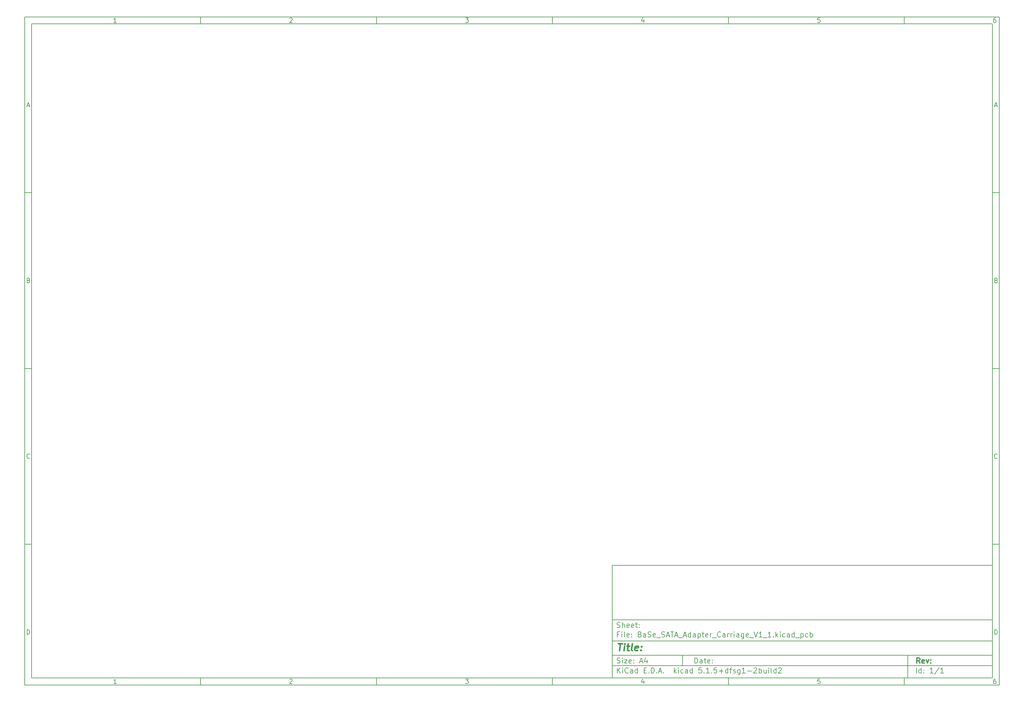
<source format=gbr>
G04 #@! TF.GenerationSoftware,KiCad,Pcbnew,5.1.5+dfsg1-2build2*
G04 #@! TF.CreationDate,2020-07-02T19:47:43+02:00*
G04 #@! TF.ProjectId,BaSe_SATA_Adapter_Carriage_V1_1,42615365-5f53-4415-9441-5f4164617074,rev?*
G04 #@! TF.SameCoordinates,Original*
G04 #@! TF.FileFunction,Paste,Bot*
G04 #@! TF.FilePolarity,Positive*
%FSLAX46Y46*%
G04 Gerber Fmt 4.6, Leading zero omitted, Abs format (unit mm)*
G04 Created by KiCad (PCBNEW 5.1.5+dfsg1-2build2) date 2020-07-02 19:47:43*
%MOMM*%
%LPD*%
G04 APERTURE LIST*
%ADD10C,0.100000*%
%ADD11C,0.150000*%
%ADD12C,0.300000*%
%ADD13C,0.400000*%
G04 APERTURE END LIST*
D10*
D11*
X177002200Y-166007200D02*
X177002200Y-198007200D01*
X285002200Y-198007200D01*
X285002200Y-166007200D01*
X177002200Y-166007200D01*
D10*
D11*
X10000000Y-10000000D02*
X10000000Y-200007200D01*
X287002200Y-200007200D01*
X287002200Y-10000000D01*
X10000000Y-10000000D01*
D10*
D11*
X12000000Y-12000000D02*
X12000000Y-198007200D01*
X285002200Y-198007200D01*
X285002200Y-12000000D01*
X12000000Y-12000000D01*
D10*
D11*
X60000000Y-12000000D02*
X60000000Y-10000000D01*
D10*
D11*
X110000000Y-12000000D02*
X110000000Y-10000000D01*
D10*
D11*
X160000000Y-12000000D02*
X160000000Y-10000000D01*
D10*
D11*
X210000000Y-12000000D02*
X210000000Y-10000000D01*
D10*
D11*
X260000000Y-12000000D02*
X260000000Y-10000000D01*
D10*
D11*
X36065476Y-11588095D02*
X35322619Y-11588095D01*
X35694047Y-11588095D02*
X35694047Y-10288095D01*
X35570238Y-10473809D01*
X35446428Y-10597619D01*
X35322619Y-10659523D01*
D10*
D11*
X85322619Y-10411904D02*
X85384523Y-10350000D01*
X85508333Y-10288095D01*
X85817857Y-10288095D01*
X85941666Y-10350000D01*
X86003571Y-10411904D01*
X86065476Y-10535714D01*
X86065476Y-10659523D01*
X86003571Y-10845238D01*
X85260714Y-11588095D01*
X86065476Y-11588095D01*
D10*
D11*
X135260714Y-10288095D02*
X136065476Y-10288095D01*
X135632142Y-10783333D01*
X135817857Y-10783333D01*
X135941666Y-10845238D01*
X136003571Y-10907142D01*
X136065476Y-11030952D01*
X136065476Y-11340476D01*
X136003571Y-11464285D01*
X135941666Y-11526190D01*
X135817857Y-11588095D01*
X135446428Y-11588095D01*
X135322619Y-11526190D01*
X135260714Y-11464285D01*
D10*
D11*
X185941666Y-10721428D02*
X185941666Y-11588095D01*
X185632142Y-10226190D02*
X185322619Y-11154761D01*
X186127380Y-11154761D01*
D10*
D11*
X236003571Y-10288095D02*
X235384523Y-10288095D01*
X235322619Y-10907142D01*
X235384523Y-10845238D01*
X235508333Y-10783333D01*
X235817857Y-10783333D01*
X235941666Y-10845238D01*
X236003571Y-10907142D01*
X236065476Y-11030952D01*
X236065476Y-11340476D01*
X236003571Y-11464285D01*
X235941666Y-11526190D01*
X235817857Y-11588095D01*
X235508333Y-11588095D01*
X235384523Y-11526190D01*
X235322619Y-11464285D01*
D10*
D11*
X285941666Y-10288095D02*
X285694047Y-10288095D01*
X285570238Y-10350000D01*
X285508333Y-10411904D01*
X285384523Y-10597619D01*
X285322619Y-10845238D01*
X285322619Y-11340476D01*
X285384523Y-11464285D01*
X285446428Y-11526190D01*
X285570238Y-11588095D01*
X285817857Y-11588095D01*
X285941666Y-11526190D01*
X286003571Y-11464285D01*
X286065476Y-11340476D01*
X286065476Y-11030952D01*
X286003571Y-10907142D01*
X285941666Y-10845238D01*
X285817857Y-10783333D01*
X285570238Y-10783333D01*
X285446428Y-10845238D01*
X285384523Y-10907142D01*
X285322619Y-11030952D01*
D10*
D11*
X60000000Y-198007200D02*
X60000000Y-200007200D01*
D10*
D11*
X110000000Y-198007200D02*
X110000000Y-200007200D01*
D10*
D11*
X160000000Y-198007200D02*
X160000000Y-200007200D01*
D10*
D11*
X210000000Y-198007200D02*
X210000000Y-200007200D01*
D10*
D11*
X260000000Y-198007200D02*
X260000000Y-200007200D01*
D10*
D11*
X36065476Y-199595295D02*
X35322619Y-199595295D01*
X35694047Y-199595295D02*
X35694047Y-198295295D01*
X35570238Y-198481009D01*
X35446428Y-198604819D01*
X35322619Y-198666723D01*
D10*
D11*
X85322619Y-198419104D02*
X85384523Y-198357200D01*
X85508333Y-198295295D01*
X85817857Y-198295295D01*
X85941666Y-198357200D01*
X86003571Y-198419104D01*
X86065476Y-198542914D01*
X86065476Y-198666723D01*
X86003571Y-198852438D01*
X85260714Y-199595295D01*
X86065476Y-199595295D01*
D10*
D11*
X135260714Y-198295295D02*
X136065476Y-198295295D01*
X135632142Y-198790533D01*
X135817857Y-198790533D01*
X135941666Y-198852438D01*
X136003571Y-198914342D01*
X136065476Y-199038152D01*
X136065476Y-199347676D01*
X136003571Y-199471485D01*
X135941666Y-199533390D01*
X135817857Y-199595295D01*
X135446428Y-199595295D01*
X135322619Y-199533390D01*
X135260714Y-199471485D01*
D10*
D11*
X185941666Y-198728628D02*
X185941666Y-199595295D01*
X185632142Y-198233390D02*
X185322619Y-199161961D01*
X186127380Y-199161961D01*
D10*
D11*
X236003571Y-198295295D02*
X235384523Y-198295295D01*
X235322619Y-198914342D01*
X235384523Y-198852438D01*
X235508333Y-198790533D01*
X235817857Y-198790533D01*
X235941666Y-198852438D01*
X236003571Y-198914342D01*
X236065476Y-199038152D01*
X236065476Y-199347676D01*
X236003571Y-199471485D01*
X235941666Y-199533390D01*
X235817857Y-199595295D01*
X235508333Y-199595295D01*
X235384523Y-199533390D01*
X235322619Y-199471485D01*
D10*
D11*
X285941666Y-198295295D02*
X285694047Y-198295295D01*
X285570238Y-198357200D01*
X285508333Y-198419104D01*
X285384523Y-198604819D01*
X285322619Y-198852438D01*
X285322619Y-199347676D01*
X285384523Y-199471485D01*
X285446428Y-199533390D01*
X285570238Y-199595295D01*
X285817857Y-199595295D01*
X285941666Y-199533390D01*
X286003571Y-199471485D01*
X286065476Y-199347676D01*
X286065476Y-199038152D01*
X286003571Y-198914342D01*
X285941666Y-198852438D01*
X285817857Y-198790533D01*
X285570238Y-198790533D01*
X285446428Y-198852438D01*
X285384523Y-198914342D01*
X285322619Y-199038152D01*
D10*
D11*
X10000000Y-60000000D02*
X12000000Y-60000000D01*
D10*
D11*
X10000000Y-110000000D02*
X12000000Y-110000000D01*
D10*
D11*
X10000000Y-160000000D02*
X12000000Y-160000000D01*
D10*
D11*
X10690476Y-35216666D02*
X11309523Y-35216666D01*
X10566666Y-35588095D02*
X11000000Y-34288095D01*
X11433333Y-35588095D01*
D10*
D11*
X11092857Y-84907142D02*
X11278571Y-84969047D01*
X11340476Y-85030952D01*
X11402380Y-85154761D01*
X11402380Y-85340476D01*
X11340476Y-85464285D01*
X11278571Y-85526190D01*
X11154761Y-85588095D01*
X10659523Y-85588095D01*
X10659523Y-84288095D01*
X11092857Y-84288095D01*
X11216666Y-84350000D01*
X11278571Y-84411904D01*
X11340476Y-84535714D01*
X11340476Y-84659523D01*
X11278571Y-84783333D01*
X11216666Y-84845238D01*
X11092857Y-84907142D01*
X10659523Y-84907142D01*
D10*
D11*
X11402380Y-135464285D02*
X11340476Y-135526190D01*
X11154761Y-135588095D01*
X11030952Y-135588095D01*
X10845238Y-135526190D01*
X10721428Y-135402380D01*
X10659523Y-135278571D01*
X10597619Y-135030952D01*
X10597619Y-134845238D01*
X10659523Y-134597619D01*
X10721428Y-134473809D01*
X10845238Y-134350000D01*
X11030952Y-134288095D01*
X11154761Y-134288095D01*
X11340476Y-134350000D01*
X11402380Y-134411904D01*
D10*
D11*
X10659523Y-185588095D02*
X10659523Y-184288095D01*
X10969047Y-184288095D01*
X11154761Y-184350000D01*
X11278571Y-184473809D01*
X11340476Y-184597619D01*
X11402380Y-184845238D01*
X11402380Y-185030952D01*
X11340476Y-185278571D01*
X11278571Y-185402380D01*
X11154761Y-185526190D01*
X10969047Y-185588095D01*
X10659523Y-185588095D01*
D10*
D11*
X287002200Y-60000000D02*
X285002200Y-60000000D01*
D10*
D11*
X287002200Y-110000000D02*
X285002200Y-110000000D01*
D10*
D11*
X287002200Y-160000000D02*
X285002200Y-160000000D01*
D10*
D11*
X285692676Y-35216666D02*
X286311723Y-35216666D01*
X285568866Y-35588095D02*
X286002200Y-34288095D01*
X286435533Y-35588095D01*
D10*
D11*
X286095057Y-84907142D02*
X286280771Y-84969047D01*
X286342676Y-85030952D01*
X286404580Y-85154761D01*
X286404580Y-85340476D01*
X286342676Y-85464285D01*
X286280771Y-85526190D01*
X286156961Y-85588095D01*
X285661723Y-85588095D01*
X285661723Y-84288095D01*
X286095057Y-84288095D01*
X286218866Y-84350000D01*
X286280771Y-84411904D01*
X286342676Y-84535714D01*
X286342676Y-84659523D01*
X286280771Y-84783333D01*
X286218866Y-84845238D01*
X286095057Y-84907142D01*
X285661723Y-84907142D01*
D10*
D11*
X286404580Y-135464285D02*
X286342676Y-135526190D01*
X286156961Y-135588095D01*
X286033152Y-135588095D01*
X285847438Y-135526190D01*
X285723628Y-135402380D01*
X285661723Y-135278571D01*
X285599819Y-135030952D01*
X285599819Y-134845238D01*
X285661723Y-134597619D01*
X285723628Y-134473809D01*
X285847438Y-134350000D01*
X286033152Y-134288095D01*
X286156961Y-134288095D01*
X286342676Y-134350000D01*
X286404580Y-134411904D01*
D10*
D11*
X285661723Y-185588095D02*
X285661723Y-184288095D01*
X285971247Y-184288095D01*
X286156961Y-184350000D01*
X286280771Y-184473809D01*
X286342676Y-184597619D01*
X286404580Y-184845238D01*
X286404580Y-185030952D01*
X286342676Y-185278571D01*
X286280771Y-185402380D01*
X286156961Y-185526190D01*
X285971247Y-185588095D01*
X285661723Y-185588095D01*
D10*
D11*
X200434342Y-193785771D02*
X200434342Y-192285771D01*
X200791485Y-192285771D01*
X201005771Y-192357200D01*
X201148628Y-192500057D01*
X201220057Y-192642914D01*
X201291485Y-192928628D01*
X201291485Y-193142914D01*
X201220057Y-193428628D01*
X201148628Y-193571485D01*
X201005771Y-193714342D01*
X200791485Y-193785771D01*
X200434342Y-193785771D01*
X202577200Y-193785771D02*
X202577200Y-193000057D01*
X202505771Y-192857200D01*
X202362914Y-192785771D01*
X202077200Y-192785771D01*
X201934342Y-192857200D01*
X202577200Y-193714342D02*
X202434342Y-193785771D01*
X202077200Y-193785771D01*
X201934342Y-193714342D01*
X201862914Y-193571485D01*
X201862914Y-193428628D01*
X201934342Y-193285771D01*
X202077200Y-193214342D01*
X202434342Y-193214342D01*
X202577200Y-193142914D01*
X203077200Y-192785771D02*
X203648628Y-192785771D01*
X203291485Y-192285771D02*
X203291485Y-193571485D01*
X203362914Y-193714342D01*
X203505771Y-193785771D01*
X203648628Y-193785771D01*
X204720057Y-193714342D02*
X204577200Y-193785771D01*
X204291485Y-193785771D01*
X204148628Y-193714342D01*
X204077200Y-193571485D01*
X204077200Y-193000057D01*
X204148628Y-192857200D01*
X204291485Y-192785771D01*
X204577200Y-192785771D01*
X204720057Y-192857200D01*
X204791485Y-193000057D01*
X204791485Y-193142914D01*
X204077200Y-193285771D01*
X205434342Y-193642914D02*
X205505771Y-193714342D01*
X205434342Y-193785771D01*
X205362914Y-193714342D01*
X205434342Y-193642914D01*
X205434342Y-193785771D01*
X205434342Y-192857200D02*
X205505771Y-192928628D01*
X205434342Y-193000057D01*
X205362914Y-192928628D01*
X205434342Y-192857200D01*
X205434342Y-193000057D01*
D10*
D11*
X177002200Y-194507200D02*
X285002200Y-194507200D01*
D10*
D11*
X178434342Y-196585771D02*
X178434342Y-195085771D01*
X179291485Y-196585771D02*
X178648628Y-195728628D01*
X179291485Y-195085771D02*
X178434342Y-195942914D01*
X179934342Y-196585771D02*
X179934342Y-195585771D01*
X179934342Y-195085771D02*
X179862914Y-195157200D01*
X179934342Y-195228628D01*
X180005771Y-195157200D01*
X179934342Y-195085771D01*
X179934342Y-195228628D01*
X181505771Y-196442914D02*
X181434342Y-196514342D01*
X181220057Y-196585771D01*
X181077200Y-196585771D01*
X180862914Y-196514342D01*
X180720057Y-196371485D01*
X180648628Y-196228628D01*
X180577200Y-195942914D01*
X180577200Y-195728628D01*
X180648628Y-195442914D01*
X180720057Y-195300057D01*
X180862914Y-195157200D01*
X181077200Y-195085771D01*
X181220057Y-195085771D01*
X181434342Y-195157200D01*
X181505771Y-195228628D01*
X182791485Y-196585771D02*
X182791485Y-195800057D01*
X182720057Y-195657200D01*
X182577200Y-195585771D01*
X182291485Y-195585771D01*
X182148628Y-195657200D01*
X182791485Y-196514342D02*
X182648628Y-196585771D01*
X182291485Y-196585771D01*
X182148628Y-196514342D01*
X182077200Y-196371485D01*
X182077200Y-196228628D01*
X182148628Y-196085771D01*
X182291485Y-196014342D01*
X182648628Y-196014342D01*
X182791485Y-195942914D01*
X184148628Y-196585771D02*
X184148628Y-195085771D01*
X184148628Y-196514342D02*
X184005771Y-196585771D01*
X183720057Y-196585771D01*
X183577200Y-196514342D01*
X183505771Y-196442914D01*
X183434342Y-196300057D01*
X183434342Y-195871485D01*
X183505771Y-195728628D01*
X183577200Y-195657200D01*
X183720057Y-195585771D01*
X184005771Y-195585771D01*
X184148628Y-195657200D01*
X186005771Y-195800057D02*
X186505771Y-195800057D01*
X186720057Y-196585771D02*
X186005771Y-196585771D01*
X186005771Y-195085771D01*
X186720057Y-195085771D01*
X187362914Y-196442914D02*
X187434342Y-196514342D01*
X187362914Y-196585771D01*
X187291485Y-196514342D01*
X187362914Y-196442914D01*
X187362914Y-196585771D01*
X188077200Y-196585771D02*
X188077200Y-195085771D01*
X188434342Y-195085771D01*
X188648628Y-195157200D01*
X188791485Y-195300057D01*
X188862914Y-195442914D01*
X188934342Y-195728628D01*
X188934342Y-195942914D01*
X188862914Y-196228628D01*
X188791485Y-196371485D01*
X188648628Y-196514342D01*
X188434342Y-196585771D01*
X188077200Y-196585771D01*
X189577200Y-196442914D02*
X189648628Y-196514342D01*
X189577200Y-196585771D01*
X189505771Y-196514342D01*
X189577200Y-196442914D01*
X189577200Y-196585771D01*
X190220057Y-196157200D02*
X190934342Y-196157200D01*
X190077200Y-196585771D02*
X190577200Y-195085771D01*
X191077200Y-196585771D01*
X191577200Y-196442914D02*
X191648628Y-196514342D01*
X191577200Y-196585771D01*
X191505771Y-196514342D01*
X191577200Y-196442914D01*
X191577200Y-196585771D01*
X194577200Y-196585771D02*
X194577200Y-195085771D01*
X194720057Y-196014342D02*
X195148628Y-196585771D01*
X195148628Y-195585771D02*
X194577200Y-196157200D01*
X195791485Y-196585771D02*
X195791485Y-195585771D01*
X195791485Y-195085771D02*
X195720057Y-195157200D01*
X195791485Y-195228628D01*
X195862914Y-195157200D01*
X195791485Y-195085771D01*
X195791485Y-195228628D01*
X197148628Y-196514342D02*
X197005771Y-196585771D01*
X196720057Y-196585771D01*
X196577200Y-196514342D01*
X196505771Y-196442914D01*
X196434342Y-196300057D01*
X196434342Y-195871485D01*
X196505771Y-195728628D01*
X196577200Y-195657200D01*
X196720057Y-195585771D01*
X197005771Y-195585771D01*
X197148628Y-195657200D01*
X198434342Y-196585771D02*
X198434342Y-195800057D01*
X198362914Y-195657200D01*
X198220057Y-195585771D01*
X197934342Y-195585771D01*
X197791485Y-195657200D01*
X198434342Y-196514342D02*
X198291485Y-196585771D01*
X197934342Y-196585771D01*
X197791485Y-196514342D01*
X197720057Y-196371485D01*
X197720057Y-196228628D01*
X197791485Y-196085771D01*
X197934342Y-196014342D01*
X198291485Y-196014342D01*
X198434342Y-195942914D01*
X199791485Y-196585771D02*
X199791485Y-195085771D01*
X199791485Y-196514342D02*
X199648628Y-196585771D01*
X199362914Y-196585771D01*
X199220057Y-196514342D01*
X199148628Y-196442914D01*
X199077200Y-196300057D01*
X199077200Y-195871485D01*
X199148628Y-195728628D01*
X199220057Y-195657200D01*
X199362914Y-195585771D01*
X199648628Y-195585771D01*
X199791485Y-195657200D01*
X202362914Y-195085771D02*
X201648628Y-195085771D01*
X201577200Y-195800057D01*
X201648628Y-195728628D01*
X201791485Y-195657200D01*
X202148628Y-195657200D01*
X202291485Y-195728628D01*
X202362914Y-195800057D01*
X202434342Y-195942914D01*
X202434342Y-196300057D01*
X202362914Y-196442914D01*
X202291485Y-196514342D01*
X202148628Y-196585771D01*
X201791485Y-196585771D01*
X201648628Y-196514342D01*
X201577200Y-196442914D01*
X203077200Y-196442914D02*
X203148628Y-196514342D01*
X203077200Y-196585771D01*
X203005771Y-196514342D01*
X203077200Y-196442914D01*
X203077200Y-196585771D01*
X204577200Y-196585771D02*
X203720057Y-196585771D01*
X204148628Y-196585771D02*
X204148628Y-195085771D01*
X204005771Y-195300057D01*
X203862914Y-195442914D01*
X203720057Y-195514342D01*
X205220057Y-196442914D02*
X205291485Y-196514342D01*
X205220057Y-196585771D01*
X205148628Y-196514342D01*
X205220057Y-196442914D01*
X205220057Y-196585771D01*
X206648628Y-195085771D02*
X205934342Y-195085771D01*
X205862914Y-195800057D01*
X205934342Y-195728628D01*
X206077200Y-195657200D01*
X206434342Y-195657200D01*
X206577200Y-195728628D01*
X206648628Y-195800057D01*
X206720057Y-195942914D01*
X206720057Y-196300057D01*
X206648628Y-196442914D01*
X206577200Y-196514342D01*
X206434342Y-196585771D01*
X206077200Y-196585771D01*
X205934342Y-196514342D01*
X205862914Y-196442914D01*
X207362914Y-196014342D02*
X208505771Y-196014342D01*
X207934342Y-196585771D02*
X207934342Y-195442914D01*
X209862914Y-196585771D02*
X209862914Y-195085771D01*
X209862914Y-196514342D02*
X209720057Y-196585771D01*
X209434342Y-196585771D01*
X209291485Y-196514342D01*
X209220057Y-196442914D01*
X209148628Y-196300057D01*
X209148628Y-195871485D01*
X209220057Y-195728628D01*
X209291485Y-195657200D01*
X209434342Y-195585771D01*
X209720057Y-195585771D01*
X209862914Y-195657200D01*
X210362914Y-195585771D02*
X210934342Y-195585771D01*
X210577200Y-196585771D02*
X210577200Y-195300057D01*
X210648628Y-195157200D01*
X210791485Y-195085771D01*
X210934342Y-195085771D01*
X211362914Y-196514342D02*
X211505771Y-196585771D01*
X211791485Y-196585771D01*
X211934342Y-196514342D01*
X212005771Y-196371485D01*
X212005771Y-196300057D01*
X211934342Y-196157200D01*
X211791485Y-196085771D01*
X211577200Y-196085771D01*
X211434342Y-196014342D01*
X211362914Y-195871485D01*
X211362914Y-195800057D01*
X211434342Y-195657200D01*
X211577200Y-195585771D01*
X211791485Y-195585771D01*
X211934342Y-195657200D01*
X213291485Y-195585771D02*
X213291485Y-196800057D01*
X213220057Y-196942914D01*
X213148628Y-197014342D01*
X213005771Y-197085771D01*
X212791485Y-197085771D01*
X212648628Y-197014342D01*
X213291485Y-196514342D02*
X213148628Y-196585771D01*
X212862914Y-196585771D01*
X212720057Y-196514342D01*
X212648628Y-196442914D01*
X212577200Y-196300057D01*
X212577200Y-195871485D01*
X212648628Y-195728628D01*
X212720057Y-195657200D01*
X212862914Y-195585771D01*
X213148628Y-195585771D01*
X213291485Y-195657200D01*
X214791485Y-196585771D02*
X213934342Y-196585771D01*
X214362914Y-196585771D02*
X214362914Y-195085771D01*
X214220057Y-195300057D01*
X214077200Y-195442914D01*
X213934342Y-195514342D01*
X215434342Y-196014342D02*
X216577200Y-196014342D01*
X217220057Y-195228628D02*
X217291485Y-195157200D01*
X217434342Y-195085771D01*
X217791485Y-195085771D01*
X217934342Y-195157200D01*
X218005771Y-195228628D01*
X218077200Y-195371485D01*
X218077200Y-195514342D01*
X218005771Y-195728628D01*
X217148628Y-196585771D01*
X218077200Y-196585771D01*
X218720057Y-196585771D02*
X218720057Y-195085771D01*
X218720057Y-195657200D02*
X218862914Y-195585771D01*
X219148628Y-195585771D01*
X219291485Y-195657200D01*
X219362914Y-195728628D01*
X219434342Y-195871485D01*
X219434342Y-196300057D01*
X219362914Y-196442914D01*
X219291485Y-196514342D01*
X219148628Y-196585771D01*
X218862914Y-196585771D01*
X218720057Y-196514342D01*
X220720057Y-195585771D02*
X220720057Y-196585771D01*
X220077200Y-195585771D02*
X220077200Y-196371485D01*
X220148628Y-196514342D01*
X220291485Y-196585771D01*
X220505771Y-196585771D01*
X220648628Y-196514342D01*
X220720057Y-196442914D01*
X221434342Y-196585771D02*
X221434342Y-195585771D01*
X221434342Y-195085771D02*
X221362914Y-195157200D01*
X221434342Y-195228628D01*
X221505771Y-195157200D01*
X221434342Y-195085771D01*
X221434342Y-195228628D01*
X222362914Y-196585771D02*
X222220057Y-196514342D01*
X222148628Y-196371485D01*
X222148628Y-195085771D01*
X223577200Y-196585771D02*
X223577200Y-195085771D01*
X223577200Y-196514342D02*
X223434342Y-196585771D01*
X223148628Y-196585771D01*
X223005771Y-196514342D01*
X222934342Y-196442914D01*
X222862914Y-196300057D01*
X222862914Y-195871485D01*
X222934342Y-195728628D01*
X223005771Y-195657200D01*
X223148628Y-195585771D01*
X223434342Y-195585771D01*
X223577200Y-195657200D01*
X224220057Y-195228628D02*
X224291485Y-195157200D01*
X224434342Y-195085771D01*
X224791485Y-195085771D01*
X224934342Y-195157200D01*
X225005771Y-195228628D01*
X225077200Y-195371485D01*
X225077200Y-195514342D01*
X225005771Y-195728628D01*
X224148628Y-196585771D01*
X225077200Y-196585771D01*
D10*
D11*
X177002200Y-191507200D02*
X285002200Y-191507200D01*
D10*
D12*
X264411485Y-193785771D02*
X263911485Y-193071485D01*
X263554342Y-193785771D02*
X263554342Y-192285771D01*
X264125771Y-192285771D01*
X264268628Y-192357200D01*
X264340057Y-192428628D01*
X264411485Y-192571485D01*
X264411485Y-192785771D01*
X264340057Y-192928628D01*
X264268628Y-193000057D01*
X264125771Y-193071485D01*
X263554342Y-193071485D01*
X265625771Y-193714342D02*
X265482914Y-193785771D01*
X265197200Y-193785771D01*
X265054342Y-193714342D01*
X264982914Y-193571485D01*
X264982914Y-193000057D01*
X265054342Y-192857200D01*
X265197200Y-192785771D01*
X265482914Y-192785771D01*
X265625771Y-192857200D01*
X265697200Y-193000057D01*
X265697200Y-193142914D01*
X264982914Y-193285771D01*
X266197200Y-192785771D02*
X266554342Y-193785771D01*
X266911485Y-192785771D01*
X267482914Y-193642914D02*
X267554342Y-193714342D01*
X267482914Y-193785771D01*
X267411485Y-193714342D01*
X267482914Y-193642914D01*
X267482914Y-193785771D01*
X267482914Y-192857200D02*
X267554342Y-192928628D01*
X267482914Y-193000057D01*
X267411485Y-192928628D01*
X267482914Y-192857200D01*
X267482914Y-193000057D01*
D10*
D11*
X178362914Y-193714342D02*
X178577200Y-193785771D01*
X178934342Y-193785771D01*
X179077200Y-193714342D01*
X179148628Y-193642914D01*
X179220057Y-193500057D01*
X179220057Y-193357200D01*
X179148628Y-193214342D01*
X179077200Y-193142914D01*
X178934342Y-193071485D01*
X178648628Y-193000057D01*
X178505771Y-192928628D01*
X178434342Y-192857200D01*
X178362914Y-192714342D01*
X178362914Y-192571485D01*
X178434342Y-192428628D01*
X178505771Y-192357200D01*
X178648628Y-192285771D01*
X179005771Y-192285771D01*
X179220057Y-192357200D01*
X179862914Y-193785771D02*
X179862914Y-192785771D01*
X179862914Y-192285771D02*
X179791485Y-192357200D01*
X179862914Y-192428628D01*
X179934342Y-192357200D01*
X179862914Y-192285771D01*
X179862914Y-192428628D01*
X180434342Y-192785771D02*
X181220057Y-192785771D01*
X180434342Y-193785771D01*
X181220057Y-193785771D01*
X182362914Y-193714342D02*
X182220057Y-193785771D01*
X181934342Y-193785771D01*
X181791485Y-193714342D01*
X181720057Y-193571485D01*
X181720057Y-193000057D01*
X181791485Y-192857200D01*
X181934342Y-192785771D01*
X182220057Y-192785771D01*
X182362914Y-192857200D01*
X182434342Y-193000057D01*
X182434342Y-193142914D01*
X181720057Y-193285771D01*
X183077200Y-193642914D02*
X183148628Y-193714342D01*
X183077200Y-193785771D01*
X183005771Y-193714342D01*
X183077200Y-193642914D01*
X183077200Y-193785771D01*
X183077200Y-192857200D02*
X183148628Y-192928628D01*
X183077200Y-193000057D01*
X183005771Y-192928628D01*
X183077200Y-192857200D01*
X183077200Y-193000057D01*
X184862914Y-193357200D02*
X185577200Y-193357200D01*
X184720057Y-193785771D02*
X185220057Y-192285771D01*
X185720057Y-193785771D01*
X186862914Y-192785771D02*
X186862914Y-193785771D01*
X186505771Y-192214342D02*
X186148628Y-193285771D01*
X187077200Y-193285771D01*
D10*
D11*
X263434342Y-196585771D02*
X263434342Y-195085771D01*
X264791485Y-196585771D02*
X264791485Y-195085771D01*
X264791485Y-196514342D02*
X264648628Y-196585771D01*
X264362914Y-196585771D01*
X264220057Y-196514342D01*
X264148628Y-196442914D01*
X264077200Y-196300057D01*
X264077200Y-195871485D01*
X264148628Y-195728628D01*
X264220057Y-195657200D01*
X264362914Y-195585771D01*
X264648628Y-195585771D01*
X264791485Y-195657200D01*
X265505771Y-196442914D02*
X265577200Y-196514342D01*
X265505771Y-196585771D01*
X265434342Y-196514342D01*
X265505771Y-196442914D01*
X265505771Y-196585771D01*
X265505771Y-195657200D02*
X265577200Y-195728628D01*
X265505771Y-195800057D01*
X265434342Y-195728628D01*
X265505771Y-195657200D01*
X265505771Y-195800057D01*
X268148628Y-196585771D02*
X267291485Y-196585771D01*
X267720057Y-196585771D02*
X267720057Y-195085771D01*
X267577200Y-195300057D01*
X267434342Y-195442914D01*
X267291485Y-195514342D01*
X269862914Y-195014342D02*
X268577200Y-196942914D01*
X271148628Y-196585771D02*
X270291485Y-196585771D01*
X270720057Y-196585771D02*
X270720057Y-195085771D01*
X270577200Y-195300057D01*
X270434342Y-195442914D01*
X270291485Y-195514342D01*
D10*
D11*
X177002200Y-187507200D02*
X285002200Y-187507200D01*
D10*
D13*
X178714580Y-188211961D02*
X179857438Y-188211961D01*
X179036009Y-190211961D02*
X179286009Y-188211961D01*
X180274104Y-190211961D02*
X180440771Y-188878628D01*
X180524104Y-188211961D02*
X180416961Y-188307200D01*
X180500295Y-188402438D01*
X180607438Y-188307200D01*
X180524104Y-188211961D01*
X180500295Y-188402438D01*
X181107438Y-188878628D02*
X181869342Y-188878628D01*
X181476485Y-188211961D02*
X181262200Y-189926247D01*
X181333628Y-190116723D01*
X181512200Y-190211961D01*
X181702676Y-190211961D01*
X182655057Y-190211961D02*
X182476485Y-190116723D01*
X182405057Y-189926247D01*
X182619342Y-188211961D01*
X184190771Y-190116723D02*
X183988390Y-190211961D01*
X183607438Y-190211961D01*
X183428866Y-190116723D01*
X183357438Y-189926247D01*
X183452676Y-189164342D01*
X183571723Y-188973866D01*
X183774104Y-188878628D01*
X184155057Y-188878628D01*
X184333628Y-188973866D01*
X184405057Y-189164342D01*
X184381247Y-189354819D01*
X183405057Y-189545295D01*
X185155057Y-190021485D02*
X185238390Y-190116723D01*
X185131247Y-190211961D01*
X185047914Y-190116723D01*
X185155057Y-190021485D01*
X185131247Y-190211961D01*
X185286009Y-188973866D02*
X185369342Y-189069104D01*
X185262200Y-189164342D01*
X185178866Y-189069104D01*
X185286009Y-188973866D01*
X185262200Y-189164342D01*
D10*
D11*
X178934342Y-185600057D02*
X178434342Y-185600057D01*
X178434342Y-186385771D02*
X178434342Y-184885771D01*
X179148628Y-184885771D01*
X179720057Y-186385771D02*
X179720057Y-185385771D01*
X179720057Y-184885771D02*
X179648628Y-184957200D01*
X179720057Y-185028628D01*
X179791485Y-184957200D01*
X179720057Y-184885771D01*
X179720057Y-185028628D01*
X180648628Y-186385771D02*
X180505771Y-186314342D01*
X180434342Y-186171485D01*
X180434342Y-184885771D01*
X181791485Y-186314342D02*
X181648628Y-186385771D01*
X181362914Y-186385771D01*
X181220057Y-186314342D01*
X181148628Y-186171485D01*
X181148628Y-185600057D01*
X181220057Y-185457200D01*
X181362914Y-185385771D01*
X181648628Y-185385771D01*
X181791485Y-185457200D01*
X181862914Y-185600057D01*
X181862914Y-185742914D01*
X181148628Y-185885771D01*
X182505771Y-186242914D02*
X182577200Y-186314342D01*
X182505771Y-186385771D01*
X182434342Y-186314342D01*
X182505771Y-186242914D01*
X182505771Y-186385771D01*
X182505771Y-185457200D02*
X182577200Y-185528628D01*
X182505771Y-185600057D01*
X182434342Y-185528628D01*
X182505771Y-185457200D01*
X182505771Y-185600057D01*
X184862914Y-185600057D02*
X185077200Y-185671485D01*
X185148628Y-185742914D01*
X185220057Y-185885771D01*
X185220057Y-186100057D01*
X185148628Y-186242914D01*
X185077200Y-186314342D01*
X184934342Y-186385771D01*
X184362914Y-186385771D01*
X184362914Y-184885771D01*
X184862914Y-184885771D01*
X185005771Y-184957200D01*
X185077200Y-185028628D01*
X185148628Y-185171485D01*
X185148628Y-185314342D01*
X185077200Y-185457200D01*
X185005771Y-185528628D01*
X184862914Y-185600057D01*
X184362914Y-185600057D01*
X186505771Y-186385771D02*
X186505771Y-185600057D01*
X186434342Y-185457200D01*
X186291485Y-185385771D01*
X186005771Y-185385771D01*
X185862914Y-185457200D01*
X186505771Y-186314342D02*
X186362914Y-186385771D01*
X186005771Y-186385771D01*
X185862914Y-186314342D01*
X185791485Y-186171485D01*
X185791485Y-186028628D01*
X185862914Y-185885771D01*
X186005771Y-185814342D01*
X186362914Y-185814342D01*
X186505771Y-185742914D01*
X187148628Y-186314342D02*
X187362914Y-186385771D01*
X187720057Y-186385771D01*
X187862914Y-186314342D01*
X187934342Y-186242914D01*
X188005771Y-186100057D01*
X188005771Y-185957200D01*
X187934342Y-185814342D01*
X187862914Y-185742914D01*
X187720057Y-185671485D01*
X187434342Y-185600057D01*
X187291485Y-185528628D01*
X187220057Y-185457200D01*
X187148628Y-185314342D01*
X187148628Y-185171485D01*
X187220057Y-185028628D01*
X187291485Y-184957200D01*
X187434342Y-184885771D01*
X187791485Y-184885771D01*
X188005771Y-184957200D01*
X189220057Y-186314342D02*
X189077200Y-186385771D01*
X188791485Y-186385771D01*
X188648628Y-186314342D01*
X188577200Y-186171485D01*
X188577200Y-185600057D01*
X188648628Y-185457200D01*
X188791485Y-185385771D01*
X189077200Y-185385771D01*
X189220057Y-185457200D01*
X189291485Y-185600057D01*
X189291485Y-185742914D01*
X188577200Y-185885771D01*
X189577200Y-186528628D02*
X190720057Y-186528628D01*
X191005771Y-186314342D02*
X191220057Y-186385771D01*
X191577200Y-186385771D01*
X191720057Y-186314342D01*
X191791485Y-186242914D01*
X191862914Y-186100057D01*
X191862914Y-185957200D01*
X191791485Y-185814342D01*
X191720057Y-185742914D01*
X191577200Y-185671485D01*
X191291485Y-185600057D01*
X191148628Y-185528628D01*
X191077200Y-185457200D01*
X191005771Y-185314342D01*
X191005771Y-185171485D01*
X191077200Y-185028628D01*
X191148628Y-184957200D01*
X191291485Y-184885771D01*
X191648628Y-184885771D01*
X191862914Y-184957200D01*
X192434342Y-185957200D02*
X193148628Y-185957200D01*
X192291485Y-186385771D02*
X192791485Y-184885771D01*
X193291485Y-186385771D01*
X193577200Y-184885771D02*
X194434342Y-184885771D01*
X194005771Y-186385771D02*
X194005771Y-184885771D01*
X194862914Y-185957200D02*
X195577200Y-185957200D01*
X194720057Y-186385771D02*
X195220057Y-184885771D01*
X195720057Y-186385771D01*
X195862914Y-186528628D02*
X197005771Y-186528628D01*
X197291485Y-185957200D02*
X198005771Y-185957200D01*
X197148628Y-186385771D02*
X197648628Y-184885771D01*
X198148628Y-186385771D01*
X199291485Y-186385771D02*
X199291485Y-184885771D01*
X199291485Y-186314342D02*
X199148628Y-186385771D01*
X198862914Y-186385771D01*
X198720057Y-186314342D01*
X198648628Y-186242914D01*
X198577200Y-186100057D01*
X198577200Y-185671485D01*
X198648628Y-185528628D01*
X198720057Y-185457200D01*
X198862914Y-185385771D01*
X199148628Y-185385771D01*
X199291485Y-185457200D01*
X200648628Y-186385771D02*
X200648628Y-185600057D01*
X200577200Y-185457200D01*
X200434342Y-185385771D01*
X200148628Y-185385771D01*
X200005771Y-185457200D01*
X200648628Y-186314342D02*
X200505771Y-186385771D01*
X200148628Y-186385771D01*
X200005771Y-186314342D01*
X199934342Y-186171485D01*
X199934342Y-186028628D01*
X200005771Y-185885771D01*
X200148628Y-185814342D01*
X200505771Y-185814342D01*
X200648628Y-185742914D01*
X201362914Y-185385771D02*
X201362914Y-186885771D01*
X201362914Y-185457200D02*
X201505771Y-185385771D01*
X201791485Y-185385771D01*
X201934342Y-185457200D01*
X202005771Y-185528628D01*
X202077200Y-185671485D01*
X202077200Y-186100057D01*
X202005771Y-186242914D01*
X201934342Y-186314342D01*
X201791485Y-186385771D01*
X201505771Y-186385771D01*
X201362914Y-186314342D01*
X202505771Y-185385771D02*
X203077200Y-185385771D01*
X202720057Y-184885771D02*
X202720057Y-186171485D01*
X202791485Y-186314342D01*
X202934342Y-186385771D01*
X203077200Y-186385771D01*
X204148628Y-186314342D02*
X204005771Y-186385771D01*
X203720057Y-186385771D01*
X203577200Y-186314342D01*
X203505771Y-186171485D01*
X203505771Y-185600057D01*
X203577200Y-185457200D01*
X203720057Y-185385771D01*
X204005771Y-185385771D01*
X204148628Y-185457200D01*
X204220057Y-185600057D01*
X204220057Y-185742914D01*
X203505771Y-185885771D01*
X204862914Y-186385771D02*
X204862914Y-185385771D01*
X204862914Y-185671485D02*
X204934342Y-185528628D01*
X205005771Y-185457200D01*
X205148628Y-185385771D01*
X205291485Y-185385771D01*
X205434342Y-186528628D02*
X206577200Y-186528628D01*
X207791485Y-186242914D02*
X207720057Y-186314342D01*
X207505771Y-186385771D01*
X207362914Y-186385771D01*
X207148628Y-186314342D01*
X207005771Y-186171485D01*
X206934342Y-186028628D01*
X206862914Y-185742914D01*
X206862914Y-185528628D01*
X206934342Y-185242914D01*
X207005771Y-185100057D01*
X207148628Y-184957200D01*
X207362914Y-184885771D01*
X207505771Y-184885771D01*
X207720057Y-184957200D01*
X207791485Y-185028628D01*
X209077200Y-186385771D02*
X209077200Y-185600057D01*
X209005771Y-185457200D01*
X208862914Y-185385771D01*
X208577200Y-185385771D01*
X208434342Y-185457200D01*
X209077200Y-186314342D02*
X208934342Y-186385771D01*
X208577200Y-186385771D01*
X208434342Y-186314342D01*
X208362914Y-186171485D01*
X208362914Y-186028628D01*
X208434342Y-185885771D01*
X208577200Y-185814342D01*
X208934342Y-185814342D01*
X209077200Y-185742914D01*
X209791485Y-186385771D02*
X209791485Y-185385771D01*
X209791485Y-185671485D02*
X209862914Y-185528628D01*
X209934342Y-185457200D01*
X210077200Y-185385771D01*
X210220057Y-185385771D01*
X210720057Y-186385771D02*
X210720057Y-185385771D01*
X210720057Y-185671485D02*
X210791485Y-185528628D01*
X210862914Y-185457200D01*
X211005771Y-185385771D01*
X211148628Y-185385771D01*
X211648628Y-186385771D02*
X211648628Y-185385771D01*
X211648628Y-184885771D02*
X211577200Y-184957200D01*
X211648628Y-185028628D01*
X211720057Y-184957200D01*
X211648628Y-184885771D01*
X211648628Y-185028628D01*
X213005771Y-186385771D02*
X213005771Y-185600057D01*
X212934342Y-185457200D01*
X212791485Y-185385771D01*
X212505771Y-185385771D01*
X212362914Y-185457200D01*
X213005771Y-186314342D02*
X212862914Y-186385771D01*
X212505771Y-186385771D01*
X212362914Y-186314342D01*
X212291485Y-186171485D01*
X212291485Y-186028628D01*
X212362914Y-185885771D01*
X212505771Y-185814342D01*
X212862914Y-185814342D01*
X213005771Y-185742914D01*
X214362914Y-185385771D02*
X214362914Y-186600057D01*
X214291485Y-186742914D01*
X214220057Y-186814342D01*
X214077200Y-186885771D01*
X213862914Y-186885771D01*
X213720057Y-186814342D01*
X214362914Y-186314342D02*
X214220057Y-186385771D01*
X213934342Y-186385771D01*
X213791485Y-186314342D01*
X213720057Y-186242914D01*
X213648628Y-186100057D01*
X213648628Y-185671485D01*
X213720057Y-185528628D01*
X213791485Y-185457200D01*
X213934342Y-185385771D01*
X214220057Y-185385771D01*
X214362914Y-185457200D01*
X215648628Y-186314342D02*
X215505771Y-186385771D01*
X215220057Y-186385771D01*
X215077200Y-186314342D01*
X215005771Y-186171485D01*
X215005771Y-185600057D01*
X215077200Y-185457200D01*
X215220057Y-185385771D01*
X215505771Y-185385771D01*
X215648628Y-185457200D01*
X215720057Y-185600057D01*
X215720057Y-185742914D01*
X215005771Y-185885771D01*
X216005771Y-186528628D02*
X217148628Y-186528628D01*
X217291485Y-184885771D02*
X217791485Y-186385771D01*
X218291485Y-184885771D01*
X219577200Y-186385771D02*
X218720057Y-186385771D01*
X219148628Y-186385771D02*
X219148628Y-184885771D01*
X219005771Y-185100057D01*
X218862914Y-185242914D01*
X218720057Y-185314342D01*
X219862914Y-186528628D02*
X221005771Y-186528628D01*
X222148628Y-186385771D02*
X221291485Y-186385771D01*
X221720057Y-186385771D02*
X221720057Y-184885771D01*
X221577200Y-185100057D01*
X221434342Y-185242914D01*
X221291485Y-185314342D01*
X222791485Y-186242914D02*
X222862914Y-186314342D01*
X222791485Y-186385771D01*
X222720057Y-186314342D01*
X222791485Y-186242914D01*
X222791485Y-186385771D01*
X223505771Y-186385771D02*
X223505771Y-184885771D01*
X223648628Y-185814342D02*
X224077200Y-186385771D01*
X224077200Y-185385771D02*
X223505771Y-185957200D01*
X224720057Y-186385771D02*
X224720057Y-185385771D01*
X224720057Y-184885771D02*
X224648628Y-184957200D01*
X224720057Y-185028628D01*
X224791485Y-184957200D01*
X224720057Y-184885771D01*
X224720057Y-185028628D01*
X226077200Y-186314342D02*
X225934342Y-186385771D01*
X225648628Y-186385771D01*
X225505771Y-186314342D01*
X225434342Y-186242914D01*
X225362914Y-186100057D01*
X225362914Y-185671485D01*
X225434342Y-185528628D01*
X225505771Y-185457200D01*
X225648628Y-185385771D01*
X225934342Y-185385771D01*
X226077200Y-185457200D01*
X227362914Y-186385771D02*
X227362914Y-185600057D01*
X227291485Y-185457200D01*
X227148628Y-185385771D01*
X226862914Y-185385771D01*
X226720057Y-185457200D01*
X227362914Y-186314342D02*
X227220057Y-186385771D01*
X226862914Y-186385771D01*
X226720057Y-186314342D01*
X226648628Y-186171485D01*
X226648628Y-186028628D01*
X226720057Y-185885771D01*
X226862914Y-185814342D01*
X227220057Y-185814342D01*
X227362914Y-185742914D01*
X228720057Y-186385771D02*
X228720057Y-184885771D01*
X228720057Y-186314342D02*
X228577200Y-186385771D01*
X228291485Y-186385771D01*
X228148628Y-186314342D01*
X228077200Y-186242914D01*
X228005771Y-186100057D01*
X228005771Y-185671485D01*
X228077200Y-185528628D01*
X228148628Y-185457200D01*
X228291485Y-185385771D01*
X228577200Y-185385771D01*
X228720057Y-185457200D01*
X229077200Y-186528628D02*
X230220057Y-186528628D01*
X230577200Y-185385771D02*
X230577200Y-186885771D01*
X230577200Y-185457200D02*
X230720057Y-185385771D01*
X231005771Y-185385771D01*
X231148628Y-185457200D01*
X231220057Y-185528628D01*
X231291485Y-185671485D01*
X231291485Y-186100057D01*
X231220057Y-186242914D01*
X231148628Y-186314342D01*
X231005771Y-186385771D01*
X230720057Y-186385771D01*
X230577200Y-186314342D01*
X232577200Y-186314342D02*
X232434342Y-186385771D01*
X232148628Y-186385771D01*
X232005771Y-186314342D01*
X231934342Y-186242914D01*
X231862914Y-186100057D01*
X231862914Y-185671485D01*
X231934342Y-185528628D01*
X232005771Y-185457200D01*
X232148628Y-185385771D01*
X232434342Y-185385771D01*
X232577200Y-185457200D01*
X233220057Y-186385771D02*
X233220057Y-184885771D01*
X233220057Y-185457200D02*
X233362914Y-185385771D01*
X233648628Y-185385771D01*
X233791485Y-185457200D01*
X233862914Y-185528628D01*
X233934342Y-185671485D01*
X233934342Y-186100057D01*
X233862914Y-186242914D01*
X233791485Y-186314342D01*
X233648628Y-186385771D01*
X233362914Y-186385771D01*
X233220057Y-186314342D01*
D10*
D11*
X177002200Y-181507200D02*
X285002200Y-181507200D01*
D10*
D11*
X178362914Y-183614342D02*
X178577200Y-183685771D01*
X178934342Y-183685771D01*
X179077200Y-183614342D01*
X179148628Y-183542914D01*
X179220057Y-183400057D01*
X179220057Y-183257200D01*
X179148628Y-183114342D01*
X179077200Y-183042914D01*
X178934342Y-182971485D01*
X178648628Y-182900057D01*
X178505771Y-182828628D01*
X178434342Y-182757200D01*
X178362914Y-182614342D01*
X178362914Y-182471485D01*
X178434342Y-182328628D01*
X178505771Y-182257200D01*
X178648628Y-182185771D01*
X179005771Y-182185771D01*
X179220057Y-182257200D01*
X179862914Y-183685771D02*
X179862914Y-182185771D01*
X180505771Y-183685771D02*
X180505771Y-182900057D01*
X180434342Y-182757200D01*
X180291485Y-182685771D01*
X180077200Y-182685771D01*
X179934342Y-182757200D01*
X179862914Y-182828628D01*
X181791485Y-183614342D02*
X181648628Y-183685771D01*
X181362914Y-183685771D01*
X181220057Y-183614342D01*
X181148628Y-183471485D01*
X181148628Y-182900057D01*
X181220057Y-182757200D01*
X181362914Y-182685771D01*
X181648628Y-182685771D01*
X181791485Y-182757200D01*
X181862914Y-182900057D01*
X181862914Y-183042914D01*
X181148628Y-183185771D01*
X183077200Y-183614342D02*
X182934342Y-183685771D01*
X182648628Y-183685771D01*
X182505771Y-183614342D01*
X182434342Y-183471485D01*
X182434342Y-182900057D01*
X182505771Y-182757200D01*
X182648628Y-182685771D01*
X182934342Y-182685771D01*
X183077200Y-182757200D01*
X183148628Y-182900057D01*
X183148628Y-183042914D01*
X182434342Y-183185771D01*
X183577200Y-182685771D02*
X184148628Y-182685771D01*
X183791485Y-182185771D02*
X183791485Y-183471485D01*
X183862914Y-183614342D01*
X184005771Y-183685771D01*
X184148628Y-183685771D01*
X184648628Y-183542914D02*
X184720057Y-183614342D01*
X184648628Y-183685771D01*
X184577200Y-183614342D01*
X184648628Y-183542914D01*
X184648628Y-183685771D01*
X184648628Y-182757200D02*
X184720057Y-182828628D01*
X184648628Y-182900057D01*
X184577200Y-182828628D01*
X184648628Y-182757200D01*
X184648628Y-182900057D01*
D10*
D11*
X197002200Y-191507200D02*
X197002200Y-194507200D01*
D10*
D11*
X261002200Y-191507200D02*
X261002200Y-198007200D01*
M02*

</source>
